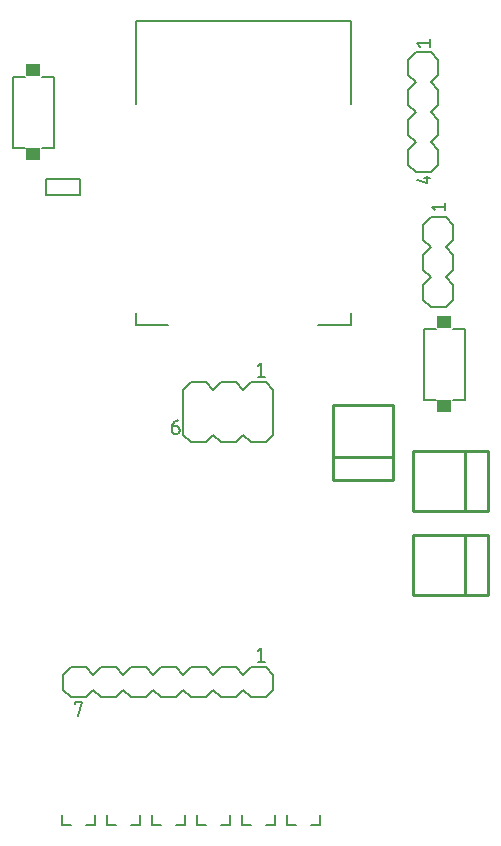
<source format=gto>
G75*
%MOIN*%
%OFA0B0*%
%FSLAX25Y25*%
%IPPOS*%
%LPD*%
%AMOC8*
5,1,8,0,0,1.08239X$1,22.5*
%
%ADD10C,0.00800*%
%ADD11C,0.00500*%
%ADD12R,0.05000X0.04375*%
%ADD13C,0.00600*%
%ADD14C,0.01000*%
D10*
X0048701Y0238882D02*
X0048701Y0242925D01*
X0048701Y0238882D02*
X0059634Y0238882D01*
X0048701Y0312654D02*
X0048701Y0340276D01*
X0120567Y0340276D01*
X0120567Y0312654D01*
X0120567Y0242925D02*
X0120567Y0238882D01*
X0109634Y0238882D01*
D11*
X0090634Y0226183D02*
X0090634Y0221683D01*
X0089384Y0221683D02*
X0091884Y0221683D01*
X0089384Y0225183D02*
X0090634Y0226183D01*
X0062884Y0207183D02*
X0062797Y0207181D01*
X0062710Y0207175D01*
X0062623Y0207166D01*
X0062537Y0207153D01*
X0062451Y0207136D01*
X0062366Y0207115D01*
X0062283Y0207090D01*
X0062200Y0207062D01*
X0062119Y0207031D01*
X0062039Y0206996D01*
X0061961Y0206957D01*
X0061884Y0206915D01*
X0061809Y0206870D01*
X0061737Y0206821D01*
X0061666Y0206770D01*
X0061598Y0206715D01*
X0061533Y0206658D01*
X0061470Y0206597D01*
X0061409Y0206534D01*
X0061352Y0206469D01*
X0061297Y0206401D01*
X0061246Y0206330D01*
X0061197Y0206258D01*
X0061152Y0206183D01*
X0061110Y0206106D01*
X0061071Y0206028D01*
X0061036Y0205948D01*
X0061005Y0205867D01*
X0060977Y0205784D01*
X0060952Y0205701D01*
X0060931Y0205616D01*
X0060914Y0205530D01*
X0060901Y0205444D01*
X0060892Y0205357D01*
X0060886Y0205270D01*
X0060884Y0205183D01*
X0060884Y0203933D01*
X0060886Y0203864D01*
X0060892Y0203795D01*
X0060901Y0203727D01*
X0060914Y0203660D01*
X0060931Y0203593D01*
X0060952Y0203527D01*
X0060976Y0203463D01*
X0061004Y0203400D01*
X0061035Y0203338D01*
X0061069Y0203278D01*
X0061107Y0203221D01*
X0061148Y0203165D01*
X0061191Y0203112D01*
X0061238Y0203061D01*
X0061287Y0203013D01*
X0061339Y0202968D01*
X0061394Y0202926D01*
X0061450Y0202887D01*
X0061509Y0202850D01*
X0061570Y0202818D01*
X0061632Y0202788D01*
X0061696Y0202762D01*
X0061761Y0202740D01*
X0061827Y0202721D01*
X0061894Y0202706D01*
X0061962Y0202695D01*
X0062031Y0202687D01*
X0062100Y0202683D01*
X0062168Y0202683D01*
X0062237Y0202687D01*
X0062306Y0202695D01*
X0062374Y0202706D01*
X0062441Y0202721D01*
X0062507Y0202740D01*
X0062572Y0202762D01*
X0062636Y0202788D01*
X0062698Y0202818D01*
X0062759Y0202850D01*
X0062818Y0202887D01*
X0062874Y0202926D01*
X0062929Y0202968D01*
X0062981Y0203013D01*
X0063030Y0203061D01*
X0063077Y0203112D01*
X0063120Y0203165D01*
X0063161Y0203221D01*
X0063199Y0203278D01*
X0063233Y0203338D01*
X0063264Y0203400D01*
X0063292Y0203463D01*
X0063316Y0203527D01*
X0063337Y0203593D01*
X0063354Y0203660D01*
X0063367Y0203727D01*
X0063376Y0203795D01*
X0063382Y0203864D01*
X0063384Y0203933D01*
X0063384Y0204183D01*
X0063382Y0204243D01*
X0063377Y0204304D01*
X0063368Y0204363D01*
X0063355Y0204422D01*
X0063339Y0204481D01*
X0063319Y0204538D01*
X0063296Y0204593D01*
X0063269Y0204648D01*
X0063240Y0204700D01*
X0063207Y0204751D01*
X0063171Y0204800D01*
X0063133Y0204846D01*
X0063091Y0204890D01*
X0063047Y0204932D01*
X0063001Y0204970D01*
X0062952Y0205006D01*
X0062901Y0205039D01*
X0062849Y0205068D01*
X0062794Y0205095D01*
X0062739Y0205118D01*
X0062682Y0205138D01*
X0062623Y0205154D01*
X0062564Y0205167D01*
X0062505Y0205176D01*
X0062444Y0205181D01*
X0062384Y0205183D01*
X0060884Y0205183D01*
X0090634Y0131183D02*
X0090634Y0126683D01*
X0089384Y0126683D02*
X0091884Y0126683D01*
X0089384Y0130183D02*
X0090634Y0131183D01*
X0144744Y0214122D02*
X0144744Y0237744D01*
X0148681Y0237744D01*
X0154587Y0237744D02*
X0158524Y0237744D01*
X0158524Y0214122D01*
X0154587Y0214122D01*
X0148681Y0214122D02*
X0144744Y0214122D01*
X0148384Y0277183D02*
X0147384Y0278433D01*
X0151884Y0278433D01*
X0151884Y0277183D02*
X0151884Y0279683D01*
X0145884Y0286183D02*
X0145884Y0288683D01*
X0144884Y0287933D02*
X0146884Y0287933D01*
X0145884Y0286183D02*
X0142384Y0287183D01*
X0143384Y0331683D02*
X0142384Y0332933D01*
X0146884Y0332933D01*
X0146884Y0331683D02*
X0146884Y0334183D01*
X0030343Y0287492D02*
X0030343Y0282374D01*
X0018925Y0282374D01*
X0018925Y0287492D01*
X0030343Y0287492D01*
X0021524Y0298122D02*
X0017587Y0298122D01*
X0021524Y0298122D02*
X0021524Y0321744D01*
X0017587Y0321744D01*
X0011681Y0321744D02*
X0007744Y0321744D01*
X0007744Y0298122D01*
X0011681Y0298122D01*
X0028384Y0113183D02*
X0030884Y0113183D01*
X0029634Y0108683D01*
X0028384Y0112683D02*
X0028384Y0113183D01*
D12*
X0014634Y0295870D03*
X0014634Y0323996D03*
X0151634Y0239996D03*
X0151634Y0211870D03*
D13*
X0027143Y0072333D02*
X0024034Y0072333D01*
X0024034Y0075663D01*
X0032223Y0072333D02*
X0035234Y0072333D01*
X0035234Y0075663D01*
X0039034Y0075663D02*
X0039034Y0072333D01*
X0042143Y0072333D01*
X0047223Y0072333D02*
X0050234Y0072333D01*
X0050234Y0075663D01*
X0054034Y0075663D02*
X0054034Y0072333D01*
X0057143Y0072333D01*
X0062223Y0072333D02*
X0065234Y0072333D01*
X0065234Y0075663D01*
X0069034Y0075663D02*
X0069034Y0072333D01*
X0072143Y0072333D01*
X0077223Y0072333D02*
X0080234Y0072333D01*
X0080234Y0075663D01*
X0084034Y0075663D02*
X0084034Y0072333D01*
X0087143Y0072333D01*
X0092223Y0072333D02*
X0095234Y0072333D01*
X0095234Y0075663D01*
X0099034Y0075663D02*
X0099034Y0072333D01*
X0102143Y0072333D01*
X0107223Y0072333D02*
X0110234Y0072333D01*
X0110234Y0075663D01*
X0092134Y0114933D02*
X0087134Y0114933D01*
X0084634Y0117433D01*
X0082134Y0114933D01*
X0077134Y0114933D01*
X0074634Y0117433D01*
X0072134Y0114933D01*
X0067134Y0114933D01*
X0064634Y0117433D01*
X0062134Y0114933D01*
X0057134Y0114933D01*
X0054634Y0117433D01*
X0052134Y0114933D01*
X0047134Y0114933D01*
X0044634Y0117433D01*
X0042134Y0114933D01*
X0037134Y0114933D01*
X0034634Y0117433D01*
X0032134Y0114933D01*
X0027134Y0114933D01*
X0024634Y0117433D01*
X0024634Y0122433D01*
X0027134Y0124933D01*
X0032134Y0124933D01*
X0034634Y0122433D01*
X0037134Y0124933D01*
X0042134Y0124933D01*
X0044634Y0122433D01*
X0047134Y0124933D01*
X0052134Y0124933D01*
X0054634Y0122433D01*
X0057134Y0124933D01*
X0062134Y0124933D01*
X0064634Y0122433D01*
X0067134Y0124933D01*
X0072134Y0124933D01*
X0074634Y0122433D01*
X0077134Y0124933D01*
X0082134Y0124933D01*
X0084634Y0122433D01*
X0087134Y0124933D01*
X0092134Y0124933D01*
X0094634Y0122433D01*
X0094634Y0117433D01*
X0092134Y0114933D01*
X0092134Y0199933D02*
X0087134Y0199933D01*
X0084634Y0202433D01*
X0082134Y0199933D01*
X0077134Y0199933D01*
X0074634Y0202433D01*
X0072134Y0199933D01*
X0067134Y0199933D01*
X0064634Y0202433D01*
X0064634Y0217433D01*
X0067134Y0219933D01*
X0072134Y0219933D01*
X0074634Y0217433D01*
X0077134Y0219933D01*
X0082134Y0219933D01*
X0084634Y0217433D01*
X0087134Y0219933D01*
X0092134Y0219933D01*
X0094634Y0217433D01*
X0094634Y0202433D01*
X0092134Y0199933D01*
X0142134Y0289933D02*
X0139634Y0292433D01*
X0139634Y0297433D01*
X0142134Y0299933D01*
X0139634Y0302433D01*
X0139634Y0307433D01*
X0142134Y0309933D01*
X0139634Y0312433D01*
X0139634Y0317433D01*
X0142134Y0319933D01*
X0139634Y0322433D01*
X0139634Y0327433D01*
X0142134Y0329933D01*
X0147134Y0329933D01*
X0149634Y0327433D01*
X0149634Y0322433D01*
X0147134Y0319933D01*
X0149634Y0317433D01*
X0149634Y0312433D01*
X0147134Y0309933D01*
X0149634Y0307433D01*
X0149634Y0302433D01*
X0147134Y0299933D01*
X0149634Y0297433D01*
X0149634Y0292433D01*
X0147134Y0289933D01*
X0142134Y0289933D01*
X0147134Y0274933D02*
X0144634Y0272433D01*
X0144634Y0267433D01*
X0147134Y0264933D01*
X0144634Y0262433D01*
X0144634Y0257433D01*
X0147134Y0254933D01*
X0144634Y0252433D01*
X0144634Y0247433D01*
X0147134Y0244933D01*
X0152134Y0244933D01*
X0154634Y0247433D01*
X0154634Y0252433D01*
X0152134Y0254933D01*
X0154634Y0257433D01*
X0154634Y0262433D01*
X0152134Y0264933D01*
X0154634Y0267433D01*
X0154634Y0272433D01*
X0152134Y0274933D01*
X0147134Y0274933D01*
D14*
X0134634Y0212433D02*
X0114634Y0212433D01*
X0114634Y0194933D01*
X0134634Y0194933D01*
X0134634Y0187433D01*
X0114634Y0187433D01*
X0114634Y0194933D01*
X0134634Y0194933D02*
X0134634Y0212433D01*
X0141134Y0196933D02*
X0158634Y0196933D01*
X0158634Y0176933D01*
X0141134Y0176933D01*
X0141134Y0196933D01*
X0158634Y0196933D02*
X0166134Y0196933D01*
X0166134Y0176933D01*
X0158634Y0176933D01*
X0158634Y0168933D02*
X0158634Y0148933D01*
X0141134Y0148933D01*
X0141134Y0168933D01*
X0158634Y0168933D01*
X0166134Y0168933D01*
X0166134Y0148933D01*
X0158634Y0148933D01*
M02*

</source>
